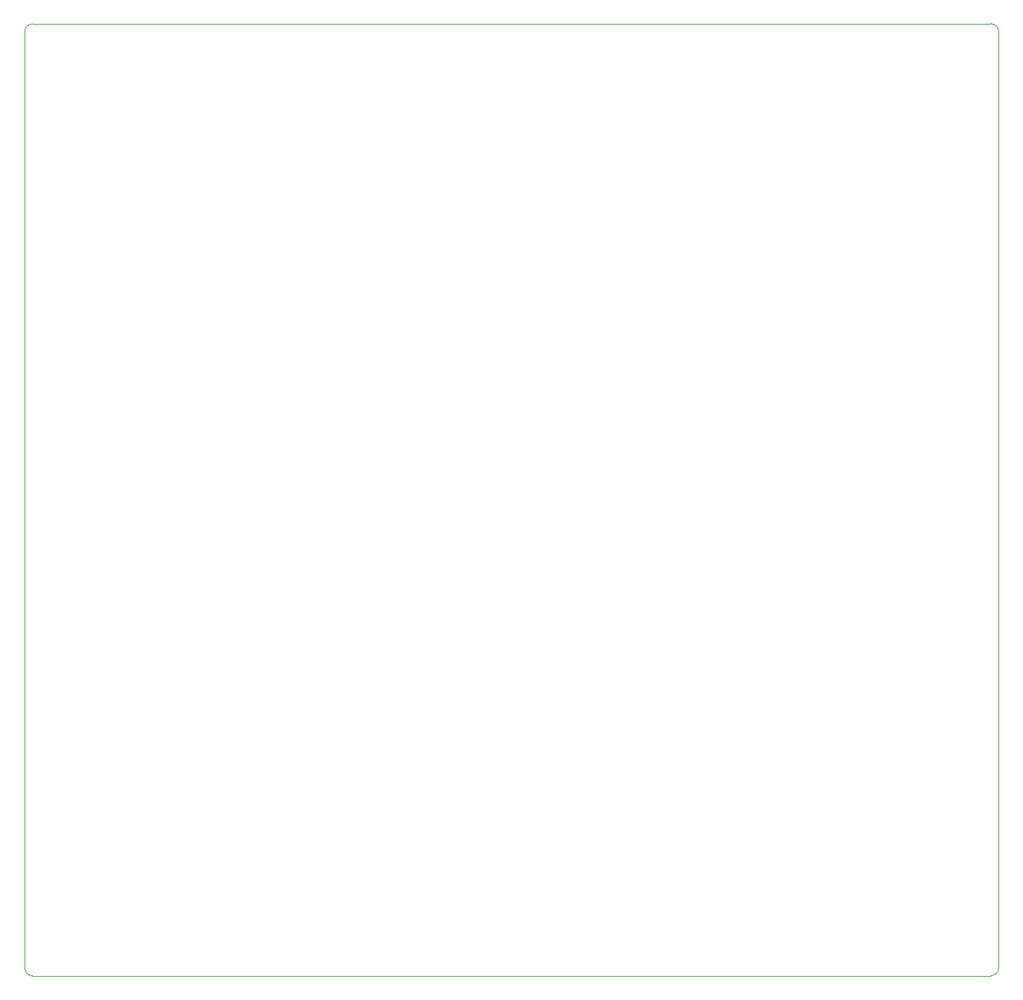
<source format=gbr>
%TF.GenerationSoftware,KiCad,Pcbnew,(6.0.8)*%
%TF.CreationDate,2023-06-01T04:18:13+02:00*%
%TF.ProjectId,pdms,70646d73-2e6b-4696-9361-645f70636258,rev?*%
%TF.SameCoordinates,Original*%
%TF.FileFunction,Profile,NP*%
%FSLAX46Y46*%
G04 Gerber Fmt 4.6, Leading zero omitted, Abs format (unit mm)*
G04 Created by KiCad (PCBNEW (6.0.8)) date 2023-06-01 04:18:13*
%MOMM*%
%LPD*%
G01*
G04 APERTURE LIST*
%TA.AperFunction,Profile*%
%ADD10C,0.100000*%
%TD*%
G04 APERTURE END LIST*
D10*
X140657106Y-161742892D02*
X140657106Y-42432894D01*
X16457108Y-42432894D02*
X16457107Y-161742893D01*
X140657106Y-42432894D02*
G75*
G03*
X139657106Y-41432894I-1000006J-6D01*
G01*
X17457108Y-41432908D02*
G75*
G03*
X16457108Y-42432894I-8J-999992D01*
G01*
X17457107Y-162742893D02*
X139657106Y-162742892D01*
X139657106Y-41432894D02*
X17457108Y-41432894D01*
X16457107Y-161742893D02*
G75*
G03*
X17457107Y-162742893I999993J-7D01*
G01*
X139657106Y-162742906D02*
G75*
G03*
X140657106Y-161742892I-6J1000006D01*
G01*
M02*

</source>
